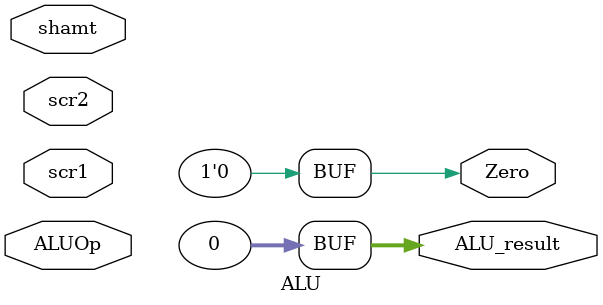
<source format=v>

module ALU ( ALUOp,
			 scr1,
			 scr2,
			 shamt,
			 ALU_result,
			 Zero);
	
	parameter bit_size = 32;
	
	input [3:0] ALUOp;
	input [bit_size-1:0] scr1;
	input [bit_size-1:0] scr2;
	input [4:0] shamt;
	
	output [bit_size-1:0] ALU_result;
	output Zero;
	reg [bit_size-1:0] ALU_result;
	reg Zero;
	
	wire [bit_size-1:0] sub_result;
	assign sub_result = scr1 - scr2;
	
	parameter //op_nop = 0,
			  op_add = 1,
			  op_sub = 2,
			  op_and = 3,
			  op_or  = 4,
			  op_xor = 5,
			  op_nor = 6,
			  op_slt = 7,
			  op_sll = 8,
			  op_srl = 9,
			  op_beq = 10,
			  op_bne = 11;
			
	always@ (*) begin
		ALU_result	 = 0;
		Zero		 = 0;
		/*
		case (ALUOp)
		//implement all operation  
    
 		   op_add : ALU_result = ;
		   op_sub : ALU_result = ;
		   op_and : ALU_result = ;
		   op_or  : ALU_result = ;
		   op_xor : ALU_result = ;
       op_nor : ALU_result = ;
       op_slt : ALU_result = ;
       op_sll : ALU_result = ;
       op_srl : ALU_result = ;
       op_beq : Zero = ;
       op_bne : Zero = ;
    
		endcase // ALUOp
		*/
	end

endmodule






</source>
